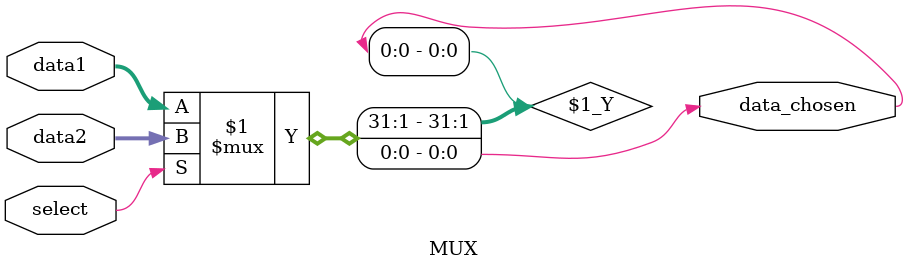
<source format=v>
`timescale 1ns / 1ps


module MUX(
    input wire [31:0] data1,
    input wire [31:0] data2,
    input wire select,
    output data_chosen
    );

    assign data_chosen = select ? data2 : data1; 

endmodule

</source>
